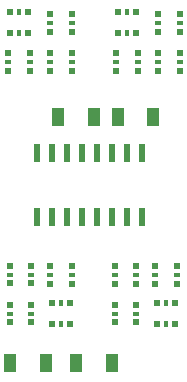
<source format=gtp>
G04 #@! TF.FileFunction,Paste,Top*
%FSLAX46Y46*%
G04 Gerber Fmt 4.6, Leading zero omitted, Abs format (unit mm)*
G04 Created by KiCad (PCBNEW 4.0.4-stable) date 10/28/16 23:00:53*
%MOMM*%
%LPD*%
G01*
G04 APERTURE LIST*
%ADD10C,0.100000*%
%ADD11R,1.000000X1.600000*%
%ADD12R,0.600000X0.600000*%
%ADD13R,0.600000X0.400000*%
%ADD14R,0.400000X0.600000*%
%ADD15R,0.600000X1.500000*%
G04 APERTURE END LIST*
D10*
D11*
X40894000Y-34290000D03*
X37894000Y-34290000D03*
X42926000Y-34290000D03*
X45926000Y-34290000D03*
X39394000Y-55118000D03*
X42394000Y-55118000D03*
X36830000Y-55118000D03*
X33830000Y-55118000D03*
D12*
X37214400Y-46861600D03*
D13*
X37214400Y-47611600D03*
D12*
X37214400Y-48361600D03*
X39014400Y-48361600D03*
D13*
X39014400Y-47611600D03*
D12*
X39014400Y-46861600D03*
X47904400Y-48361600D03*
D13*
X47904400Y-47611600D03*
D12*
X47904400Y-46861600D03*
X46104400Y-46861600D03*
D13*
X46104400Y-47611600D03*
D12*
X46104400Y-48361600D03*
X37364400Y-51813600D03*
D14*
X38114400Y-51813600D03*
D12*
X38864400Y-51813600D03*
X38864400Y-50013600D03*
D14*
X38114400Y-50013600D03*
D12*
X37364400Y-50013600D03*
X47754400Y-50013600D03*
D14*
X47004400Y-50013600D03*
D12*
X46254400Y-50013600D03*
X46254400Y-51813600D03*
D14*
X47004400Y-51813600D03*
D12*
X47754400Y-51813600D03*
X33796400Y-50151600D03*
D13*
X33796400Y-50901600D03*
D12*
X33796400Y-51651600D03*
X35596400Y-51651600D03*
D13*
X35596400Y-50901600D03*
D12*
X35596400Y-50151600D03*
X44486400Y-51651600D03*
D13*
X44486400Y-50901600D03*
D12*
X44486400Y-50151600D03*
X42686400Y-50151600D03*
D13*
X42686400Y-50901600D03*
D12*
X42686400Y-51651600D03*
X33796400Y-46849600D03*
D13*
X33796400Y-47599600D03*
D12*
X33796400Y-48349600D03*
X35596400Y-48349600D03*
D13*
X35596400Y-47599600D03*
D12*
X35596400Y-46849600D03*
X44486400Y-48361600D03*
D13*
X44486400Y-47611600D03*
D12*
X44486400Y-46861600D03*
X42686400Y-46861600D03*
D13*
X42686400Y-47611600D03*
D12*
X42686400Y-48361600D03*
D15*
X36093400Y-42679600D03*
X37363400Y-42679600D03*
X38633400Y-42679600D03*
X39903400Y-42679600D03*
X41173400Y-42679600D03*
X42443400Y-42679600D03*
X43713400Y-42679600D03*
X44983400Y-42679600D03*
X44983400Y-37279600D03*
X43713400Y-37279600D03*
X42443400Y-37279600D03*
X41173400Y-37279600D03*
X39903400Y-37279600D03*
X38633400Y-37279600D03*
X37363400Y-37279600D03*
X36093400Y-37279600D03*
D12*
X35458400Y-30327600D03*
D13*
X35458400Y-29577600D03*
D12*
X35458400Y-28827600D03*
X33658400Y-28827600D03*
D13*
X33658400Y-29577600D03*
D12*
X33658400Y-30327600D03*
X42802400Y-28827600D03*
D13*
X42802400Y-29577600D03*
D12*
X42802400Y-30327600D03*
X44602400Y-30327600D03*
D13*
X44602400Y-29577600D03*
D12*
X44602400Y-28827600D03*
X35308400Y-25375600D03*
D14*
X34558400Y-25375600D03*
D12*
X33808400Y-25375600D03*
X33808400Y-27175600D03*
D14*
X34558400Y-27175600D03*
D12*
X35308400Y-27175600D03*
X42952400Y-27175600D03*
D14*
X43702400Y-27175600D03*
D12*
X44452400Y-27175600D03*
X44452400Y-25375600D03*
D14*
X43702400Y-25375600D03*
D12*
X42952400Y-25375600D03*
X39014400Y-27025600D03*
D13*
X39014400Y-26275600D03*
D12*
X39014400Y-25525600D03*
X37214400Y-25525600D03*
D13*
X37214400Y-26275600D03*
D12*
X37214400Y-27025600D03*
X46358400Y-25525600D03*
D13*
X46358400Y-26275600D03*
D12*
X46358400Y-27025600D03*
X48158400Y-27025600D03*
D13*
X48158400Y-26275600D03*
D12*
X48158400Y-25525600D03*
X39014400Y-30327600D03*
D13*
X39014400Y-29577600D03*
D12*
X39014400Y-28827600D03*
X37214400Y-28827600D03*
D13*
X37214400Y-29577600D03*
D12*
X37214400Y-30327600D03*
X46358400Y-28827600D03*
D13*
X46358400Y-29577600D03*
D12*
X46358400Y-30327600D03*
X48158400Y-30327600D03*
D13*
X48158400Y-29577600D03*
D12*
X48158400Y-28827600D03*
M02*

</source>
